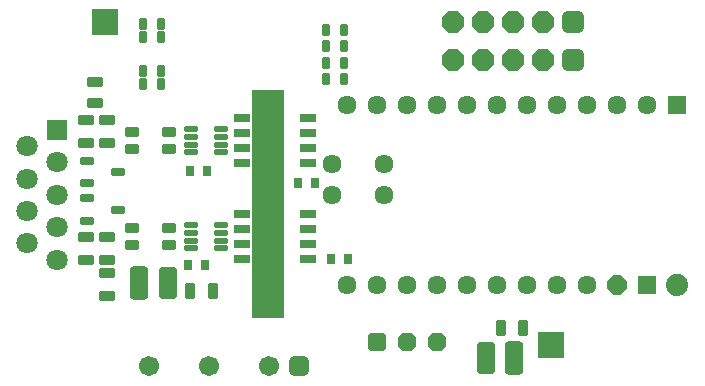
<source format=gts>
G04*
G04 #@! TF.GenerationSoftware,Altium Limited,Altium Designer,21.6.4 (81)*
G04*
G04 Layer_Color=8388736*
%FSLAX25Y25*%
%MOIN*%
G70*
G04*
G04 #@! TF.SameCoordinates,EBD959BA-066A-46C4-B09C-61E3D241C065*
G04*
G04*
G04 #@! TF.FilePolarity,Negative*
G04*
G01*
G75*
%ADD22R,0.10500X0.76000*%
G04:AMPARAMS|DCode=23|XSize=47.31mil|YSize=35.5mil|CornerRadius=6.72mil|HoleSize=0mil|Usage=FLASHONLY|Rotation=0.000|XOffset=0mil|YOffset=0mil|HoleType=Round|Shape=RoundedRectangle|*
%AMROUNDEDRECTD23*
21,1,0.04731,0.02205,0,0,0.0*
21,1,0.03386,0.03550,0,0,0.0*
1,1,0.01345,0.01693,-0.01102*
1,1,0.01345,-0.01693,-0.01102*
1,1,0.01345,-0.01693,0.01102*
1,1,0.01345,0.01693,0.01102*
%
%ADD23ROUNDEDRECTD23*%
%ADD24R,0.08661X0.08661*%
%ADD25C,0.04337*%
G04:AMPARAMS|DCode=26|XSize=37.47mil|YSize=27.62mil|CornerRadius=4.36mil|HoleSize=0mil|Usage=FLASHONLY|Rotation=90.000|XOffset=0mil|YOffset=0mil|HoleType=Round|Shape=RoundedRectangle|*
%AMROUNDEDRECTD26*
21,1,0.03747,0.01890,0,0,90.0*
21,1,0.02874,0.02762,0,0,90.0*
1,1,0.00872,0.00945,0.01437*
1,1,0.00872,0.00945,-0.01437*
1,1,0.00872,-0.00945,-0.01437*
1,1,0.00872,-0.00945,0.01437*
%
%ADD26ROUNDEDRECTD26*%
G04:AMPARAMS|DCode=27|XSize=35.5mil|YSize=29.59mil|CornerRadius=8.4mil|HoleSize=0mil|Usage=FLASHONLY|Rotation=90.000|XOffset=0mil|YOffset=0mil|HoleType=Round|Shape=RoundedRectangle|*
%AMROUNDEDRECTD27*
21,1,0.03550,0.01280,0,0,90.0*
21,1,0.01870,0.02959,0,0,90.0*
1,1,0.01680,0.00640,0.00935*
1,1,0.01680,0.00640,-0.00935*
1,1,0.01680,-0.00640,-0.00935*
1,1,0.01680,-0.00640,0.00935*
%
%ADD27ROUNDEDRECTD27*%
G04:AMPARAMS|DCode=28|XSize=53.21mil|YSize=31.56mil|CornerRadius=4.76mil|HoleSize=0mil|Usage=FLASHONLY|Rotation=180.000|XOffset=0mil|YOffset=0mil|HoleType=Round|Shape=RoundedRectangle|*
%AMROUNDEDRECTD28*
21,1,0.05321,0.02205,0,0,180.0*
21,1,0.04370,0.03156,0,0,180.0*
1,1,0.00951,-0.02185,0.01102*
1,1,0.00951,0.02185,0.01102*
1,1,0.00951,0.02185,-0.01102*
1,1,0.00951,-0.02185,-0.01102*
%
%ADD28ROUNDEDRECTD28*%
G04:AMPARAMS|DCode=29|XSize=21.32mil|YSize=43.37mil|CornerRadius=4.6mil|HoleSize=0mil|Usage=FLASHONLY|Rotation=270.000|XOffset=0mil|YOffset=0mil|HoleType=Round|Shape=RoundedRectangle|*
%AMROUNDEDRECTD29*
21,1,0.02132,0.03417,0,0,270.0*
21,1,0.01213,0.04337,0,0,270.0*
1,1,0.00920,-0.01709,-0.00606*
1,1,0.00920,-0.01709,0.00606*
1,1,0.00920,0.01709,0.00606*
1,1,0.00920,0.01709,-0.00606*
%
%ADD29ROUNDEDRECTD29*%
G04:AMPARAMS|DCode=30|XSize=27.62mil|YSize=55.18mil|CornerRadius=4.36mil|HoleSize=0mil|Usage=FLASHONLY|Rotation=270.000|XOffset=0mil|YOffset=0mil|HoleType=Round|Shape=RoundedRectangle|*
%AMROUNDEDRECTD30*
21,1,0.02762,0.04646,0,0,270.0*
21,1,0.01890,0.05518,0,0,270.0*
1,1,0.00872,-0.02323,-0.00945*
1,1,0.00872,-0.02323,0.00945*
1,1,0.00872,0.02323,0.00945*
1,1,0.00872,0.02323,-0.00945*
%
%ADD30ROUNDEDRECTD30*%
G04:AMPARAMS|DCode=31|XSize=53.21mil|YSize=31.56mil|CornerRadius=4.76mil|HoleSize=0mil|Usage=FLASHONLY|Rotation=90.000|XOffset=0mil|YOffset=0mil|HoleType=Round|Shape=RoundedRectangle|*
%AMROUNDEDRECTD31*
21,1,0.05321,0.02205,0,0,90.0*
21,1,0.04370,0.03156,0,0,90.0*
1,1,0.00951,0.01102,0.02185*
1,1,0.00951,0.01102,-0.02185*
1,1,0.00951,-0.01102,-0.02185*
1,1,0.00951,-0.01102,0.02185*
%
%ADD31ROUNDEDRECTD31*%
G04:AMPARAMS|DCode=32|XSize=27.62mil|YSize=47.31mil|CornerRadius=4.36mil|HoleSize=0mil|Usage=FLASHONLY|Rotation=90.000|XOffset=0mil|YOffset=0mil|HoleType=Round|Shape=RoundedRectangle|*
%AMROUNDEDRECTD32*
21,1,0.02762,0.03858,0,0,90.0*
21,1,0.01890,0.04731,0,0,90.0*
1,1,0.00872,0.01929,0.00945*
1,1,0.00872,0.01929,-0.00945*
1,1,0.00872,-0.01929,-0.00945*
1,1,0.00872,-0.01929,0.00945*
%
%ADD32ROUNDEDRECTD32*%
G04:AMPARAMS|DCode=33|XSize=63.12mil|YSize=110.36mil|CornerRadius=12.27mil|HoleSize=0mil|Usage=FLASHONLY|Rotation=180.000|XOffset=0mil|YOffset=0mil|HoleType=Round|Shape=RoundedRectangle|*
%AMROUNDEDRECTD33*
21,1,0.06312,0.08583,0,0,180.0*
21,1,0.03858,0.11036,0,0,180.0*
1,1,0.02454,-0.01929,0.04291*
1,1,0.02454,0.01929,0.04291*
1,1,0.02454,0.01929,-0.04291*
1,1,0.02454,-0.01929,-0.04291*
%
%ADD33ROUNDEDRECTD33*%
G04:AMPARAMS|DCode=34|XSize=59.12mil|YSize=106.36mil|CornerRadius=10.27mil|HoleSize=0mil|Usage=FLASHONLY|Rotation=180.000|XOffset=0mil|YOffset=0mil|HoleType=Round|Shape=RoundedRectangle|*
%AMROUNDEDRECTD34*
21,1,0.05912,0.08583,0,0,180.0*
21,1,0.03858,0.10636,0,0,180.0*
1,1,0.02054,-0.01929,0.04291*
1,1,0.02054,0.01929,0.04291*
1,1,0.02054,0.01929,-0.04291*
1,1,0.02054,-0.01929,-0.04291*
%
%ADD34ROUNDEDRECTD34*%
G04:AMPARAMS|DCode=35|XSize=53.21mil|YSize=35.5mil|CornerRadius=5.15mil|HoleSize=0mil|Usage=FLASHONLY|Rotation=0.000|XOffset=0mil|YOffset=0mil|HoleType=Round|Shape=RoundedRectangle|*
%AMROUNDEDRECTD35*
21,1,0.05321,0.02520,0,0,0.0*
21,1,0.04291,0.03550,0,0,0.0*
1,1,0.01030,0.02146,-0.01260*
1,1,0.01030,-0.02146,-0.01260*
1,1,0.01030,-0.02146,0.01260*
1,1,0.01030,0.02146,0.01260*
%
%ADD35ROUNDEDRECTD35*%
%ADD36C,0.06699*%
G04:AMPARAMS|DCode=37|XSize=66.99mil|YSize=66.99mil|CornerRadius=17.75mil|HoleSize=0mil|Usage=FLASHONLY|Rotation=0.000|XOffset=0mil|YOffset=0mil|HoleType=Round|Shape=RoundedRectangle|*
%AMROUNDEDRECTD37*
21,1,0.06699,0.03150,0,0,0.0*
21,1,0.03150,0.06699,0,0,0.0*
1,1,0.03550,0.01575,-0.01575*
1,1,0.03550,-0.01575,-0.01575*
1,1,0.03550,-0.01575,0.01575*
1,1,0.03550,0.01575,0.01575*
%
%ADD37ROUNDEDRECTD37*%
%ADD38P,0.08104X8X202.5*%
G04:AMPARAMS|DCode=39|XSize=74.87mil|YSize=74.87mil|CornerRadius=19.72mil|HoleSize=0mil|Usage=FLASHONLY|Rotation=180.000|XOffset=0mil|YOffset=0mil|HoleType=Round|Shape=RoundedRectangle|*
%AMROUNDEDRECTD39*
21,1,0.07487,0.03543,0,0,180.0*
21,1,0.03543,0.07487,0,0,180.0*
1,1,0.03943,-0.01772,0.01772*
1,1,0.03943,0.01772,0.01772*
1,1,0.03943,0.01772,-0.01772*
1,1,0.03943,-0.01772,-0.01772*
%
%ADD39ROUNDEDRECTD39*%
%ADD40C,0.06337*%
%ADD41P,0.06859X8X292.5*%
%ADD42C,0.07400*%
%ADD43R,0.06337X0.06337*%
G04:AMPARAMS|DCode=44|XSize=63.06mil|YSize=63.06mil|CornerRadius=16.76mil|HoleSize=0mil|Usage=FLASHONLY|Rotation=0.000|XOffset=0mil|YOffset=0mil|HoleType=Round|Shape=RoundedRectangle|*
%AMROUNDEDRECTD44*
21,1,0.06306,0.02953,0,0,0.0*
21,1,0.02953,0.06306,0,0,0.0*
1,1,0.03353,0.01476,-0.01476*
1,1,0.03353,-0.01476,-0.01476*
1,1,0.03353,-0.01476,0.01476*
1,1,0.03353,0.01476,0.01476*
%
%ADD44ROUNDEDRECTD44*%
%ADD45P,0.06825X8X22.5*%
%ADD46R,0.07093X0.07093*%
%ADD47C,0.07093*%
%ADD48C,0.00400*%
D22*
X97750Y62000D02*
D03*
D23*
X52201Y80244D02*
D03*
X64799D02*
D03*
Y85756D02*
D03*
X52201D02*
D03*
Y48244D02*
D03*
X64799D02*
D03*
Y53756D02*
D03*
X52201D02*
D03*
D24*
X43500Y122500D02*
D03*
X192000Y15000D02*
D03*
D25*
X43500Y122500D02*
D03*
X192000Y15000D02*
D03*
D26*
X62008Y101969D02*
D03*
X56102D02*
D03*
X62008Y106299D02*
D03*
X56102D02*
D03*
X62008Y117717D02*
D03*
X56102D02*
D03*
X62008Y122047D02*
D03*
X56102D02*
D03*
X122953Y103500D02*
D03*
X117047D02*
D03*
X122953Y109000D02*
D03*
X117047D02*
D03*
X122953Y114500D02*
D03*
X117047D02*
D03*
X122953Y120000D02*
D03*
X117047D02*
D03*
D27*
X76854Y41500D02*
D03*
X71146D02*
D03*
X118646Y43500D02*
D03*
X124354D02*
D03*
X77354Y73000D02*
D03*
X71646D02*
D03*
X107646Y69000D02*
D03*
X113354D02*
D03*
D28*
X37000Y43260D02*
D03*
Y50740D02*
D03*
X44000Y43260D02*
D03*
Y50740D02*
D03*
Y38740D02*
D03*
Y31260D02*
D03*
X37000Y89740D02*
D03*
Y82260D02*
D03*
X44000Y89740D02*
D03*
Y82260D02*
D03*
D29*
X82118Y79161D02*
D03*
Y81721D02*
D03*
Y84280D02*
D03*
X71882D02*
D03*
Y81721D02*
D03*
Y79161D02*
D03*
X82118Y86839D02*
D03*
X71882D02*
D03*
Y54839D02*
D03*
X82118D02*
D03*
X71882Y47161D02*
D03*
Y49720D02*
D03*
Y52280D02*
D03*
X82118D02*
D03*
Y49720D02*
D03*
Y47161D02*
D03*
D30*
X111024Y75500D02*
D03*
Y80500D02*
D03*
Y85500D02*
D03*
Y90500D02*
D03*
X88976Y75500D02*
D03*
Y80500D02*
D03*
Y85500D02*
D03*
Y90500D02*
D03*
X111024Y43500D02*
D03*
Y48500D02*
D03*
Y53500D02*
D03*
Y58500D02*
D03*
X88976Y43500D02*
D03*
Y48500D02*
D03*
Y53500D02*
D03*
Y58500D02*
D03*
D31*
X182740Y20500D02*
D03*
X175260D02*
D03*
X71760Y33000D02*
D03*
X79240D02*
D03*
D32*
X37382Y76240D02*
D03*
Y68760D02*
D03*
X47618Y72500D02*
D03*
X37382Y63740D02*
D03*
Y56260D02*
D03*
X47618Y60000D02*
D03*
D33*
X179724Y10500D02*
D03*
X54776Y35500D02*
D03*
D34*
X170276Y10500D02*
D03*
X64224Y35500D02*
D03*
D35*
X40000Y102543D02*
D03*
Y95457D02*
D03*
D36*
X98000Y8000D02*
D03*
X58000D02*
D03*
X78000D02*
D03*
D37*
X108000Y8000D02*
D03*
D38*
X159500Y110000D02*
D03*
X169500D02*
D03*
X179500D02*
D03*
X189500D02*
D03*
X159500Y122500D02*
D03*
X169500D02*
D03*
X179500D02*
D03*
X189500D02*
D03*
D39*
X199500Y110000D02*
D03*
Y122500D02*
D03*
D40*
X136500Y75250D02*
D03*
Y65000D02*
D03*
X119000Y75250D02*
D03*
Y65000D02*
D03*
X204000Y35000D02*
D03*
X194000D02*
D03*
X184000D02*
D03*
X174000D02*
D03*
X164000D02*
D03*
X154000D02*
D03*
X144000D02*
D03*
X134000D02*
D03*
X124000D02*
D03*
Y95000D02*
D03*
X134000D02*
D03*
X144000D02*
D03*
X154000D02*
D03*
X164000D02*
D03*
X174000D02*
D03*
X184000D02*
D03*
X194000D02*
D03*
X204000D02*
D03*
X214000D02*
D03*
X224000D02*
D03*
D41*
X214000Y35000D02*
D03*
D42*
X234000D02*
D03*
D43*
X224000D02*
D03*
X234000Y95000D02*
D03*
D44*
X134000Y16000D02*
D03*
D45*
X144000D02*
D03*
X154000D02*
D03*
D46*
X27500Y86535D02*
D03*
D47*
Y75748D02*
D03*
Y64961D02*
D03*
Y54173D02*
D03*
Y43386D02*
D03*
X17500Y81142D02*
D03*
Y70354D02*
D03*
Y59567D02*
D03*
Y48779D02*
D03*
D48*
X22500Y114173D02*
D03*
Y15748D02*
D03*
X224410D02*
D03*
Y114173D02*
D03*
M02*

</source>
